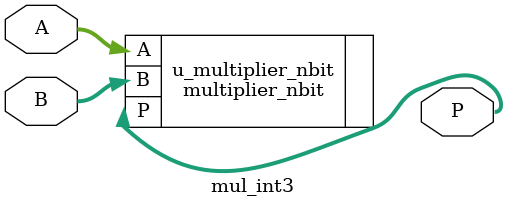
<source format=v>

module mul_int3 #(
    parameter WIDTH = 3
)(
    input  [WIDTH-1:0] A,  // Multiplicand
    input  [WIDTH-1:0] B,  // Multiplier
    output [WIDTH-1:0] P   // Lower WIDTH bits of the product
);

    // Instantiate the n-bit multiplier submodule
    multiplier_nbit #(WIDTH) u_multiplier_nbit (
        .A(A),
        .B(B),
        .P(P)
    );

endmodule

</source>
